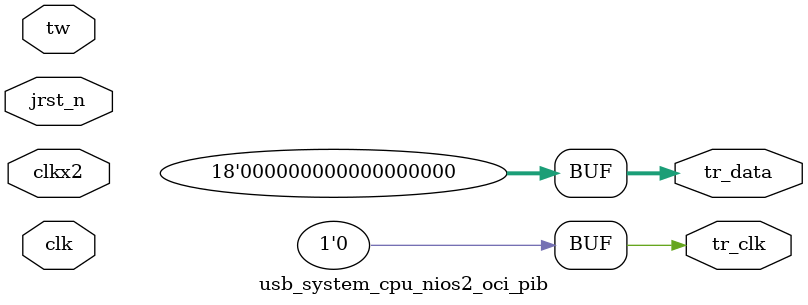
<source format=v>
module usb_system_cpu_nios2_oci_pib (
                                       clk,
                                       clkx2,
                                       jrst_n,
                                       tw,
                                       tr_clk,
                                       tr_data
                                    )
;
  output           tr_clk;
  output  [ 17: 0] tr_data;
  input            clk;
  input            clkx2;
  input            jrst_n;
  input   [ 35: 0] tw;
  wire             phase;
  wire             tr_clk;
  reg              tr_clk_reg ;
  wire    [ 17: 0] tr_data;
  reg     [ 17: 0] tr_data_reg ;
  reg              x1 ;
  reg              x2 ;
  assign phase = x1^x2;
  always @(posedge clk or negedge jrst_n)
    begin
      if (jrst_n == 0)
          x1 <= 0;
      else 
        x1 <= ~x1;
    end
  always @(posedge clkx2 or negedge jrst_n)
    begin
      if (jrst_n == 0)
        begin
          x2 <= 0;
          tr_clk_reg <= 0;
          tr_data_reg <= 0;
        end
      else 
        begin
          x2 <= x1;
          tr_clk_reg <= ~phase;
          tr_data_reg <= phase ?   tw[17 : 0] :   tw[35 : 18];
        end
    end
  assign tr_clk = 0 ? tr_clk_reg : 0;
  assign tr_data = 0 ? tr_data_reg : 0;
endmodule
</source>
